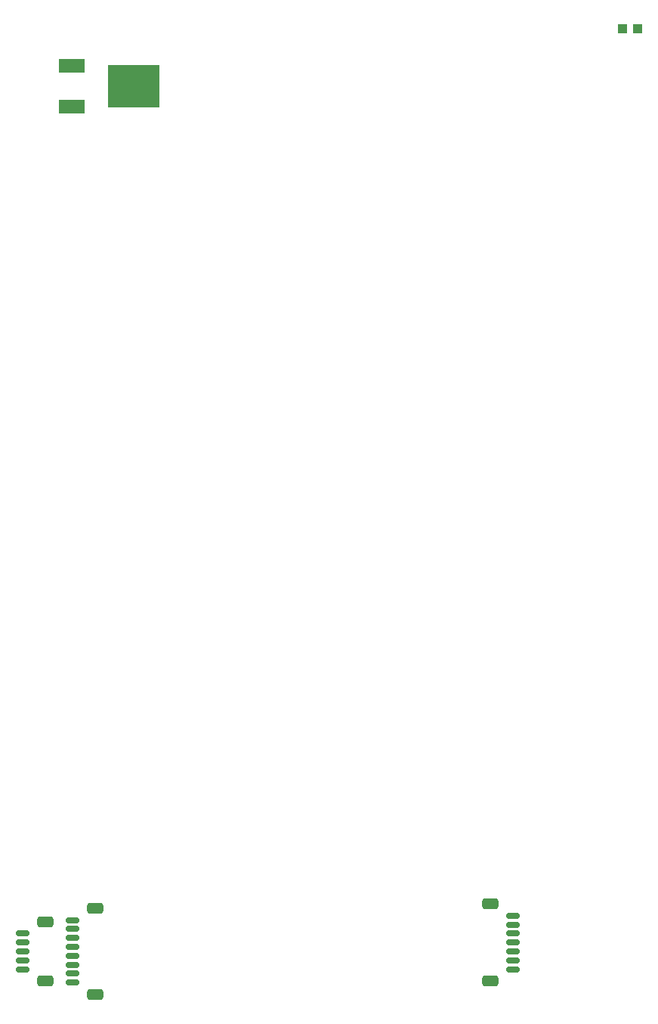
<source format=gtp>
%TF.GenerationSoftware,KiCad,Pcbnew,(6.0.0-0)*%
%TF.CreationDate,2022-03-22T21:17:21+08:00*%
%TF.ProjectId,layer2,6c617965-7232-42e6-9b69-6361645f7063,rev?*%
%TF.SameCoordinates,Original*%
%TF.FileFunction,Paste,Top*%
%TF.FilePolarity,Positive*%
%FSLAX46Y46*%
G04 Gerber Fmt 4.6, Leading zero omitted, Abs format (unit mm)*
G04 Created by KiCad (PCBNEW (6.0.0-0)) date 2022-03-22 21:17:21*
%MOMM*%
%LPD*%
G01*
G04 APERTURE LIST*
G04 Aperture macros list*
%AMRoundRect*
0 Rectangle with rounded corners*
0 $1 Rounding radius*
0 $2 $3 $4 $5 $6 $7 $8 $9 X,Y pos of 4 corners*
0 Add a 4 corners polygon primitive as box body*
4,1,4,$2,$3,$4,$5,$6,$7,$8,$9,$2,$3,0*
0 Add four circle primitives for the rounded corners*
1,1,$1+$1,$2,$3*
1,1,$1+$1,$4,$5*
1,1,$1+$1,$6,$7*
1,1,$1+$1,$8,$9*
0 Add four rect primitives between the rounded corners*
20,1,$1+$1,$2,$3,$4,$5,0*
20,1,$1+$1,$4,$5,$6,$7,0*
20,1,$1+$1,$6,$7,$8,$9,0*
20,1,$1+$1,$8,$9,$2,$3,0*%
G04 Aperture macros list end*
%ADD10R,2.999740X1.597660*%
%ADD11R,5.715000X4.826000*%
%ADD12RoundRect,0.150000X-0.625000X0.150000X-0.625000X-0.150000X0.625000X-0.150000X0.625000X0.150000X0*%
%ADD13RoundRect,0.250000X-0.650000X0.350000X-0.650000X-0.350000X0.650000X-0.350000X0.650000X0.350000X0*%
%ADD14RoundRect,0.150000X0.625000X-0.150000X0.625000X0.150000X-0.625000X0.150000X-0.625000X-0.150000X0*%
%ADD15RoundRect,0.250000X0.650000X-0.350000X0.650000X0.350000X-0.650000X0.350000X-0.650000X-0.350000X0*%
%ADD16R,1.099820X0.998220*%
G04 APERTURE END LIST*
D10*
%TO.C,DRIBBLERQ1*%
X101283135Y-78874620D03*
X101283135Y-83431380D03*
D11*
X108179235Y-81153000D03*
%TD*%
D12*
%TO.C,L1TRJ2*%
X101336000Y-174500000D03*
X101336000Y-175500000D03*
X101336000Y-176500000D03*
X101336000Y-177500000D03*
X101336000Y-178500000D03*
X101336000Y-179500000D03*
X101336000Y-180500000D03*
X101336000Y-181500000D03*
D13*
X103861000Y-182800000D03*
X103861000Y-173200000D03*
%TD*%
D12*
%TO.C,L1TRJ1*%
X95750000Y-176000000D03*
X95750000Y-177000000D03*
X95750000Y-178000000D03*
X95750000Y-179000000D03*
X95750000Y-180000000D03*
D13*
X98275000Y-181300000D03*
X98275000Y-174700000D03*
%TD*%
D14*
%TO.C,L4TRJ1*%
X150725000Y-180000000D03*
X150725000Y-179000000D03*
X150725000Y-178000000D03*
X150725000Y-177000000D03*
X150725000Y-176000000D03*
X150725000Y-175000000D03*
X150725000Y-174000000D03*
D15*
X148200000Y-181300000D03*
X148200000Y-172700000D03*
%TD*%
D16*
%TO.C,DRIBBLERC1*%
X164678360Y-74676000D03*
X162981640Y-74676000D03*
%TD*%
M02*

</source>
